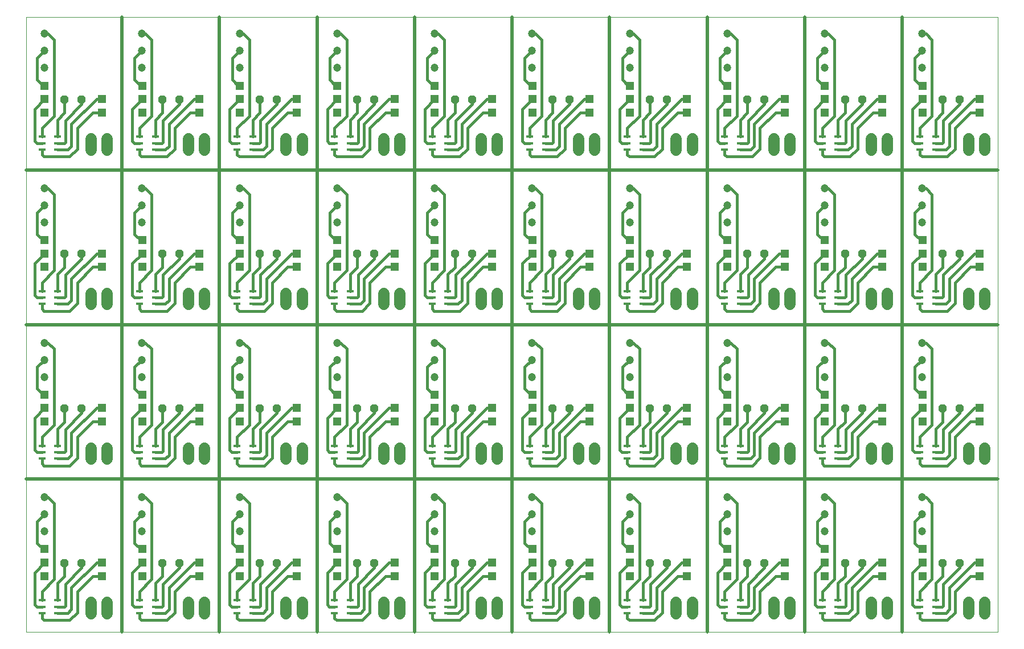
<source format=gtl>
G75*
%MOIN*%
%OFA0B0*%
%FSLAX24Y24*%
%IPPOS*%
%LPD*%
%AMOC8*
5,1,8,0,0,1.08239X$1,22.5*
%
%ADD10C,0.0000*%
%ADD11C,0.0197*%
%ADD12R,0.0413X0.0157*%
%ADD13C,0.0472*%
%ADD14C,0.0650*%
%ADD15R,0.0472X0.0472*%
%ADD16OC8,0.0480*%
%ADD17C,0.0160*%
D10*
X000310Y000198D02*
X000310Y009155D01*
X000310Y018210D01*
X000310Y027265D01*
X000310Y036222D01*
X005920Y036222D01*
X011629Y036222D01*
X017338Y036222D01*
X023046Y036222D01*
X028755Y036222D01*
X034464Y036222D01*
X040172Y036222D01*
X045881Y036222D01*
X051590Y036222D01*
X057200Y036222D01*
X057200Y027265D01*
X057200Y018210D01*
X057200Y009155D01*
X057200Y000198D01*
X051590Y000198D01*
X045881Y000198D01*
X040172Y000198D01*
X034464Y000198D01*
X028755Y000198D01*
X023046Y000198D01*
X017338Y000198D01*
X011629Y000198D01*
X005920Y000198D01*
X000310Y000198D01*
D11*
X005920Y000198D02*
X005920Y036222D01*
X011629Y036222D02*
X011629Y000198D01*
X017338Y000198D02*
X017338Y036222D01*
X023046Y036222D02*
X023046Y000198D01*
X028755Y000198D02*
X028755Y036222D01*
X034464Y036222D02*
X034464Y000198D01*
X040172Y000198D02*
X040172Y036222D01*
X045881Y036222D02*
X045881Y000198D01*
X051590Y000198D02*
X051590Y036222D01*
X057200Y027265D02*
X000310Y027265D01*
X000310Y018210D02*
X057200Y018210D01*
X057200Y009155D02*
X000310Y009155D01*
D12*
X001235Y010358D03*
X001235Y010732D03*
X001235Y011106D03*
X002160Y011106D03*
X002160Y010732D03*
X002160Y010358D03*
X006944Y010358D03*
X006944Y010732D03*
X006944Y011106D03*
X007869Y011106D03*
X007869Y010732D03*
X007869Y010358D03*
X012653Y010358D03*
X012653Y010732D03*
X012653Y011106D03*
X013578Y011106D03*
X013578Y010732D03*
X013578Y010358D03*
X018361Y010358D03*
X018361Y010732D03*
X018361Y011106D03*
X019286Y011106D03*
X019286Y010732D03*
X019286Y010358D03*
X024070Y010358D03*
X024070Y010732D03*
X024070Y011106D03*
X024995Y011106D03*
X024995Y010732D03*
X024995Y010358D03*
X029779Y010358D03*
X029779Y010732D03*
X029779Y011106D03*
X030704Y011106D03*
X030704Y010732D03*
X030704Y010358D03*
X035487Y010358D03*
X035487Y010732D03*
X035487Y011106D03*
X036412Y011106D03*
X036412Y010732D03*
X036412Y010358D03*
X041196Y010358D03*
X041196Y010732D03*
X041196Y011106D03*
X042121Y011106D03*
X042121Y010732D03*
X042121Y010358D03*
X046905Y010358D03*
X046905Y010732D03*
X046905Y011106D03*
X047830Y011106D03*
X047830Y010732D03*
X047830Y010358D03*
X052613Y010358D03*
X052613Y010732D03*
X052613Y011106D03*
X053538Y011106D03*
X053538Y010732D03*
X053538Y010358D03*
X053538Y002051D03*
X053538Y001677D03*
X053538Y001303D03*
X052613Y001303D03*
X052613Y001677D03*
X052613Y002051D03*
X047830Y002051D03*
X047830Y001677D03*
X047830Y001303D03*
X046905Y001303D03*
X046905Y001677D03*
X046905Y002051D03*
X042121Y002051D03*
X042121Y001677D03*
X042121Y001303D03*
X041196Y001303D03*
X041196Y001677D03*
X041196Y002051D03*
X036412Y002051D03*
X036412Y001677D03*
X036412Y001303D03*
X035487Y001303D03*
X035487Y001677D03*
X035487Y002051D03*
X030704Y002051D03*
X030704Y001677D03*
X030704Y001303D03*
X029779Y001303D03*
X029779Y001677D03*
X029779Y002051D03*
X024995Y002051D03*
X024995Y001677D03*
X024995Y001303D03*
X024070Y001303D03*
X024070Y001677D03*
X024070Y002051D03*
X019286Y002051D03*
X019286Y001677D03*
X019286Y001303D03*
X018361Y001303D03*
X018361Y001677D03*
X018361Y002051D03*
X013578Y002051D03*
X013578Y001677D03*
X013578Y001303D03*
X012653Y001303D03*
X012653Y001677D03*
X012653Y002051D03*
X007869Y002051D03*
X007869Y001677D03*
X007869Y001303D03*
X006944Y001303D03*
X006944Y001677D03*
X006944Y002051D03*
X002160Y002051D03*
X002160Y001677D03*
X002160Y001303D03*
X001235Y001303D03*
X001235Y001677D03*
X001235Y002051D03*
X001235Y019413D03*
X001235Y019787D03*
X001235Y020161D03*
X002160Y020161D03*
X002160Y019787D03*
X002160Y019413D03*
X006944Y019413D03*
X006944Y019787D03*
X006944Y020161D03*
X007869Y020161D03*
X007869Y019787D03*
X007869Y019413D03*
X012653Y019413D03*
X012653Y019787D03*
X012653Y020161D03*
X013578Y020161D03*
X013578Y019787D03*
X013578Y019413D03*
X018361Y019413D03*
X018361Y019787D03*
X018361Y020161D03*
X019286Y020161D03*
X019286Y019787D03*
X019286Y019413D03*
X024070Y019413D03*
X024070Y019787D03*
X024070Y020161D03*
X024995Y020161D03*
X024995Y019787D03*
X024995Y019413D03*
X029779Y019413D03*
X029779Y019787D03*
X029779Y020161D03*
X030704Y020161D03*
X030704Y019787D03*
X030704Y019413D03*
X035487Y019413D03*
X035487Y019787D03*
X035487Y020161D03*
X036412Y020161D03*
X036412Y019787D03*
X036412Y019413D03*
X041196Y019413D03*
X041196Y019787D03*
X041196Y020161D03*
X042121Y020161D03*
X042121Y019787D03*
X042121Y019413D03*
X046905Y019413D03*
X046905Y019787D03*
X046905Y020161D03*
X047830Y020161D03*
X047830Y019787D03*
X047830Y019413D03*
X052613Y019413D03*
X052613Y019787D03*
X052613Y020161D03*
X053538Y020161D03*
X053538Y019787D03*
X053538Y019413D03*
X053538Y028468D03*
X053538Y028842D03*
X053538Y029216D03*
X052613Y029216D03*
X052613Y028842D03*
X052613Y028468D03*
X047830Y028468D03*
X047830Y028842D03*
X047830Y029216D03*
X046905Y029216D03*
X046905Y028842D03*
X046905Y028468D03*
X042121Y028468D03*
X042121Y028842D03*
X042121Y029216D03*
X041196Y029216D03*
X041196Y028842D03*
X041196Y028468D03*
X036412Y028468D03*
X036412Y028842D03*
X036412Y029216D03*
X035487Y029216D03*
X035487Y028842D03*
X035487Y028468D03*
X030704Y028468D03*
X030704Y028842D03*
X030704Y029216D03*
X029779Y029216D03*
X029779Y028842D03*
X029779Y028468D03*
X024995Y028468D03*
X024995Y028842D03*
X024995Y029216D03*
X024070Y029216D03*
X024070Y028842D03*
X024070Y028468D03*
X019286Y028468D03*
X019286Y028842D03*
X019286Y029216D03*
X018361Y029216D03*
X018361Y028842D03*
X018361Y028468D03*
X013578Y028468D03*
X013578Y028842D03*
X013578Y029216D03*
X012653Y029216D03*
X012653Y028842D03*
X012653Y028468D03*
X007869Y028468D03*
X007869Y028842D03*
X007869Y029216D03*
X006944Y029216D03*
X006944Y028842D03*
X006944Y028468D03*
X002160Y028468D03*
X002160Y028842D03*
X002160Y029216D03*
X001235Y029216D03*
X001235Y028842D03*
X001235Y028468D03*
D13*
X001386Y026199D03*
X001386Y025199D03*
X001386Y024199D03*
X007095Y024199D03*
X007095Y025199D03*
X007095Y026199D03*
X012803Y026199D03*
X012803Y025199D03*
X012803Y024199D03*
X018512Y024199D03*
X018512Y025199D03*
X018512Y026199D03*
X024221Y026199D03*
X024221Y025199D03*
X024221Y024199D03*
X029929Y024199D03*
X029929Y025199D03*
X029929Y026199D03*
X035638Y026199D03*
X035638Y025199D03*
X035638Y024199D03*
X041347Y024199D03*
X041347Y025199D03*
X041347Y026199D03*
X047055Y026199D03*
X047055Y025199D03*
X047055Y024199D03*
X052764Y024199D03*
X052764Y025199D03*
X052764Y026199D03*
X052764Y033254D03*
X052764Y034254D03*
X052764Y035254D03*
X047055Y035254D03*
X047055Y034254D03*
X047055Y033254D03*
X041347Y033254D03*
X041347Y034254D03*
X041347Y035254D03*
X035638Y035254D03*
X035638Y034254D03*
X035638Y033254D03*
X029929Y033254D03*
X029929Y034254D03*
X029929Y035254D03*
X024221Y035254D03*
X024221Y034254D03*
X024221Y033254D03*
X018512Y033254D03*
X018512Y034254D03*
X018512Y035254D03*
X012803Y035254D03*
X012803Y034254D03*
X012803Y033254D03*
X007095Y033254D03*
X007095Y034254D03*
X007095Y035254D03*
X001386Y035254D03*
X001386Y034254D03*
X001386Y033254D03*
X001386Y017143D03*
X001386Y016143D03*
X001386Y015143D03*
X007095Y015143D03*
X007095Y016143D03*
X007095Y017143D03*
X012803Y017143D03*
X012803Y016143D03*
X012803Y015143D03*
X018512Y015143D03*
X018512Y016143D03*
X018512Y017143D03*
X024221Y017143D03*
X024221Y016143D03*
X024221Y015143D03*
X029929Y015143D03*
X029929Y016143D03*
X029929Y017143D03*
X035638Y017143D03*
X035638Y016143D03*
X035638Y015143D03*
X041347Y015143D03*
X041347Y016143D03*
X041347Y017143D03*
X047055Y017143D03*
X047055Y016143D03*
X047055Y015143D03*
X052764Y015143D03*
X052764Y016143D03*
X052764Y017143D03*
X052764Y008088D03*
X052764Y007088D03*
X052764Y006088D03*
X047055Y006088D03*
X047055Y007088D03*
X047055Y008088D03*
X041347Y008088D03*
X041347Y007088D03*
X041347Y006088D03*
X035638Y006088D03*
X035638Y007088D03*
X035638Y008088D03*
X029929Y008088D03*
X029929Y007088D03*
X029929Y006088D03*
X024221Y006088D03*
X024221Y007088D03*
X024221Y008088D03*
X018512Y008088D03*
X018512Y007088D03*
X018512Y006088D03*
X012803Y006088D03*
X012803Y007088D03*
X012803Y008088D03*
X007095Y008088D03*
X007095Y007088D03*
X007095Y006088D03*
X001386Y006088D03*
X001386Y007088D03*
X001386Y008088D03*
D14*
X004110Y010322D02*
X004110Y010972D01*
X005051Y010972D02*
X005051Y010322D01*
X009819Y010322D02*
X009819Y010972D01*
X010759Y010972D02*
X010759Y010322D01*
X015527Y010322D02*
X015527Y010972D01*
X016468Y010972D02*
X016468Y010322D01*
X021236Y010322D02*
X021236Y010972D01*
X022177Y010972D02*
X022177Y010322D01*
X026945Y010322D02*
X026945Y010972D01*
X027885Y010972D02*
X027885Y010322D01*
X032653Y010322D02*
X032653Y010972D01*
X033594Y010972D02*
X033594Y010322D01*
X038362Y010322D02*
X038362Y010972D01*
X039303Y010972D02*
X039303Y010322D01*
X044071Y010322D02*
X044071Y010972D01*
X045011Y010972D02*
X045011Y010322D01*
X049779Y010322D02*
X049779Y010972D01*
X050720Y010972D02*
X050720Y010322D01*
X055488Y010322D02*
X055488Y010972D01*
X056429Y010972D02*
X056429Y010322D01*
X056429Y001917D02*
X056429Y001267D01*
X055488Y001267D02*
X055488Y001917D01*
X050720Y001917D02*
X050720Y001267D01*
X049779Y001267D02*
X049779Y001917D01*
X045011Y001917D02*
X045011Y001267D01*
X044071Y001267D02*
X044071Y001917D01*
X039303Y001917D02*
X039303Y001267D01*
X038362Y001267D02*
X038362Y001917D01*
X033594Y001917D02*
X033594Y001267D01*
X032653Y001267D02*
X032653Y001917D01*
X027885Y001917D02*
X027885Y001267D01*
X026945Y001267D02*
X026945Y001917D01*
X022177Y001917D02*
X022177Y001267D01*
X021236Y001267D02*
X021236Y001917D01*
X016468Y001917D02*
X016468Y001267D01*
X015527Y001267D02*
X015527Y001917D01*
X010759Y001917D02*
X010759Y001267D01*
X009819Y001267D02*
X009819Y001917D01*
X005051Y001917D02*
X005051Y001267D01*
X004110Y001267D02*
X004110Y001917D01*
X004110Y019378D02*
X004110Y020027D01*
X005051Y020027D02*
X005051Y019378D01*
X009819Y019378D02*
X009819Y020027D01*
X010759Y020027D02*
X010759Y019378D01*
X015527Y019378D02*
X015527Y020027D01*
X016468Y020027D02*
X016468Y019378D01*
X021236Y019378D02*
X021236Y020027D01*
X022177Y020027D02*
X022177Y019378D01*
X026945Y019378D02*
X026945Y020027D01*
X027885Y020027D02*
X027885Y019378D01*
X032653Y019378D02*
X032653Y020027D01*
X033594Y020027D02*
X033594Y019378D01*
X038362Y019378D02*
X038362Y020027D01*
X039303Y020027D02*
X039303Y019378D01*
X044071Y019378D02*
X044071Y020027D01*
X045011Y020027D02*
X045011Y019378D01*
X049779Y019378D02*
X049779Y020027D01*
X050720Y020027D02*
X050720Y019378D01*
X055488Y019378D02*
X055488Y020027D01*
X056429Y020027D02*
X056429Y019378D01*
X056429Y028433D02*
X056429Y029082D01*
X055488Y029082D02*
X055488Y028433D01*
X050720Y028433D02*
X050720Y029082D01*
X049779Y029082D02*
X049779Y028433D01*
X045011Y028433D02*
X045011Y029082D01*
X044071Y029082D02*
X044071Y028433D01*
X039303Y028433D02*
X039303Y029082D01*
X038362Y029082D02*
X038362Y028433D01*
X033594Y028433D02*
X033594Y029082D01*
X032653Y029082D02*
X032653Y028433D01*
X027885Y028433D02*
X027885Y029082D01*
X026945Y029082D02*
X026945Y028433D01*
X022177Y028433D02*
X022177Y029082D01*
X021236Y029082D02*
X021236Y028433D01*
X016468Y028433D02*
X016468Y029082D01*
X015527Y029082D02*
X015527Y028433D01*
X010759Y028433D02*
X010759Y029082D01*
X009819Y029082D02*
X009819Y028433D01*
X005051Y028433D02*
X005051Y029082D01*
X004110Y029082D02*
X004110Y028433D01*
D15*
X004743Y030635D03*
X004743Y031423D03*
X007105Y031423D03*
X007105Y032210D03*
X007105Y030635D03*
X010452Y030635D03*
X010452Y031423D03*
X012814Y031423D03*
X012814Y032210D03*
X012814Y030635D03*
X016160Y030635D03*
X016160Y031423D03*
X018523Y031423D03*
X018523Y032210D03*
X018523Y030635D03*
X021869Y030635D03*
X021869Y031423D03*
X024231Y031423D03*
X024231Y032210D03*
X024231Y030635D03*
X027578Y030635D03*
X027578Y031423D03*
X029940Y031423D03*
X029940Y032210D03*
X029940Y030635D03*
X033286Y030635D03*
X033286Y031423D03*
X035649Y031423D03*
X035649Y032210D03*
X035649Y030635D03*
X038995Y030635D03*
X038995Y031423D03*
X041357Y031423D03*
X041357Y032210D03*
X041357Y030635D03*
X044704Y030635D03*
X044704Y031423D03*
X047066Y031423D03*
X047066Y032210D03*
X047066Y030635D03*
X050412Y030635D03*
X050412Y031423D03*
X052775Y031423D03*
X052775Y032210D03*
X052775Y030635D03*
X056121Y030635D03*
X056121Y031423D03*
X052775Y023155D03*
X052775Y022368D03*
X052775Y021580D03*
X050412Y021580D03*
X050412Y022368D03*
X047066Y022368D03*
X047066Y023155D03*
X047066Y021580D03*
X044704Y021580D03*
X044704Y022368D03*
X041357Y022368D03*
X041357Y023155D03*
X041357Y021580D03*
X038995Y021580D03*
X038995Y022368D03*
X035649Y022368D03*
X035649Y023155D03*
X035649Y021580D03*
X033286Y021580D03*
X033286Y022368D03*
X029940Y022368D03*
X029940Y023155D03*
X029940Y021580D03*
X027578Y021580D03*
X027578Y022368D03*
X024231Y022368D03*
X024231Y023155D03*
X024231Y021580D03*
X021869Y021580D03*
X021869Y022368D03*
X018523Y022368D03*
X018523Y023155D03*
X018523Y021580D03*
X016160Y021580D03*
X016160Y022368D03*
X012814Y022368D03*
X012814Y023155D03*
X012814Y021580D03*
X010452Y021580D03*
X010452Y022368D03*
X007105Y022368D03*
X007105Y023155D03*
X007105Y021580D03*
X004743Y021580D03*
X004743Y022368D03*
X001397Y022368D03*
X001397Y023155D03*
X001397Y021580D03*
X001397Y014100D03*
X001397Y013313D03*
X001397Y012525D03*
X004743Y012525D03*
X004743Y013313D03*
X007105Y013313D03*
X007105Y014100D03*
X007105Y012525D03*
X010452Y012525D03*
X010452Y013313D03*
X012814Y013313D03*
X012814Y014100D03*
X012814Y012525D03*
X016160Y012525D03*
X016160Y013313D03*
X018523Y013313D03*
X018523Y014100D03*
X018523Y012525D03*
X021869Y012525D03*
X021869Y013313D03*
X024231Y013313D03*
X024231Y014100D03*
X024231Y012525D03*
X027578Y012525D03*
X027578Y013313D03*
X029940Y013313D03*
X029940Y014100D03*
X029940Y012525D03*
X033286Y012525D03*
X033286Y013313D03*
X035649Y013313D03*
X035649Y014100D03*
X035649Y012525D03*
X038995Y012525D03*
X038995Y013313D03*
X041357Y013313D03*
X041357Y014100D03*
X041357Y012525D03*
X044704Y012525D03*
X044704Y013313D03*
X047066Y013313D03*
X047066Y014100D03*
X047066Y012525D03*
X050412Y012525D03*
X050412Y013313D03*
X052775Y013313D03*
X052775Y014100D03*
X052775Y012525D03*
X056121Y012525D03*
X056121Y013313D03*
X056121Y021580D03*
X056121Y022368D03*
X052775Y005045D03*
X052775Y004257D03*
X052775Y003470D03*
X050412Y003470D03*
X050412Y004257D03*
X047066Y004257D03*
X047066Y003470D03*
X047066Y005045D03*
X044704Y004257D03*
X044704Y003470D03*
X041357Y003470D03*
X041357Y004257D03*
X041357Y005045D03*
X038995Y004257D03*
X038995Y003470D03*
X035649Y003470D03*
X035649Y004257D03*
X035649Y005045D03*
X033286Y004257D03*
X033286Y003470D03*
X029940Y003470D03*
X029940Y004257D03*
X029940Y005045D03*
X027578Y004257D03*
X027578Y003470D03*
X024231Y003470D03*
X024231Y004257D03*
X024231Y005045D03*
X021869Y004257D03*
X021869Y003470D03*
X018523Y003470D03*
X018523Y004257D03*
X018523Y005045D03*
X016160Y004257D03*
X016160Y003470D03*
X012814Y003470D03*
X012814Y004257D03*
X012814Y005045D03*
X010452Y004257D03*
X010452Y003470D03*
X007105Y003470D03*
X007105Y004257D03*
X007105Y005045D03*
X004743Y004257D03*
X004743Y003470D03*
X001397Y003470D03*
X001397Y004257D03*
X001397Y005045D03*
X001397Y030635D03*
X001397Y031423D03*
X001397Y032210D03*
X056121Y004257D03*
X056121Y003470D03*
D16*
X054944Y004234D03*
X053944Y004234D03*
X049235Y004234D03*
X048235Y004234D03*
X043527Y004234D03*
X042527Y004234D03*
X037818Y004234D03*
X036818Y004234D03*
X032109Y004234D03*
X031109Y004234D03*
X026401Y004234D03*
X025401Y004234D03*
X020692Y004234D03*
X019692Y004234D03*
X014983Y004234D03*
X013983Y004234D03*
X009275Y004234D03*
X008275Y004234D03*
X003566Y004234D03*
X002566Y004234D03*
X002566Y013289D03*
X003566Y013289D03*
X008275Y013289D03*
X009275Y013289D03*
X013983Y013289D03*
X014983Y013289D03*
X019692Y013289D03*
X020692Y013289D03*
X025401Y013289D03*
X026401Y013289D03*
X031109Y013289D03*
X032109Y013289D03*
X036818Y013289D03*
X037818Y013289D03*
X042527Y013289D03*
X043527Y013289D03*
X048235Y013289D03*
X049235Y013289D03*
X053944Y013289D03*
X054944Y013289D03*
X054944Y022344D03*
X053944Y022344D03*
X049235Y022344D03*
X048235Y022344D03*
X043527Y022344D03*
X042527Y022344D03*
X037818Y022344D03*
X036818Y022344D03*
X032109Y022344D03*
X031109Y022344D03*
X026401Y022344D03*
X025401Y022344D03*
X020692Y022344D03*
X019692Y022344D03*
X014983Y022344D03*
X013983Y022344D03*
X009275Y022344D03*
X008275Y022344D03*
X003566Y022344D03*
X002566Y022344D03*
X002566Y031399D03*
X003566Y031399D03*
X008275Y031399D03*
X009275Y031399D03*
X013983Y031399D03*
X014983Y031399D03*
X019692Y031399D03*
X020692Y031399D03*
X025401Y031399D03*
X026401Y031399D03*
X031109Y031399D03*
X032109Y031399D03*
X036818Y031399D03*
X037818Y031399D03*
X042527Y031399D03*
X043527Y031399D03*
X048235Y031399D03*
X049235Y031399D03*
X053944Y031399D03*
X054944Y031399D03*
D17*
X054944Y031125D01*
X053988Y030169D01*
X053988Y028906D01*
X053923Y028842D01*
X053538Y028842D01*
X053538Y028468D02*
X054136Y028468D01*
X054345Y028676D01*
X054345Y029954D01*
X055813Y031423D01*
X056121Y031423D01*
X056121Y030635D02*
X055590Y030635D01*
X054680Y029726D01*
X054680Y028506D01*
X054224Y028049D01*
X052735Y028049D01*
X052613Y028171D01*
X052613Y028468D01*
X052613Y028842D02*
X052318Y028842D01*
X052190Y028970D01*
X052190Y030839D01*
X052775Y031423D01*
X052775Y032210D02*
X052682Y032210D01*
X052332Y032560D01*
X052332Y033822D01*
X052764Y034254D01*
X053331Y034891D02*
X052969Y035254D01*
X052764Y035254D01*
X053331Y034891D02*
X053331Y030443D01*
X052613Y029726D01*
X052613Y029216D01*
X053538Y029216D02*
X053538Y030210D01*
X053944Y030615D01*
X053944Y031399D01*
X050412Y031423D02*
X050105Y031423D01*
X048636Y029954D01*
X048636Y028676D01*
X048428Y028468D01*
X047830Y028468D01*
X047830Y028842D02*
X048215Y028842D01*
X048279Y028906D01*
X048279Y030169D01*
X049235Y031125D01*
X049235Y031399D01*
X048235Y031399D02*
X048235Y030615D01*
X047830Y030210D01*
X047830Y029216D01*
X046905Y029216D02*
X046905Y029726D01*
X047622Y030443D01*
X047622Y034891D01*
X047260Y035254D01*
X047055Y035254D01*
X047055Y034254D02*
X046623Y033822D01*
X046623Y032560D01*
X046973Y032210D01*
X047066Y032210D01*
X047066Y031423D02*
X046482Y030839D01*
X046482Y028970D01*
X046609Y028842D01*
X046905Y028842D01*
X046905Y028468D02*
X046905Y028171D01*
X047026Y028049D01*
X048515Y028049D01*
X048971Y028506D01*
X048971Y029726D01*
X049881Y030635D01*
X050412Y030635D01*
X044704Y030635D02*
X044172Y030635D01*
X043263Y029726D01*
X043263Y028506D01*
X042807Y028049D01*
X041318Y028049D01*
X041196Y028171D01*
X041196Y028468D01*
X041196Y028842D02*
X040901Y028842D01*
X040773Y028970D01*
X040773Y030839D01*
X041357Y031423D01*
X041357Y032210D02*
X041265Y032210D01*
X040915Y032560D01*
X040915Y033822D01*
X041347Y034254D01*
X041913Y034891D02*
X041551Y035254D01*
X041347Y035254D01*
X041913Y034891D02*
X041913Y030443D01*
X041196Y029726D01*
X041196Y029216D01*
X042121Y029216D02*
X042121Y030210D01*
X042527Y030615D01*
X042527Y031399D01*
X043527Y031399D02*
X043527Y031125D01*
X042570Y030169D01*
X042570Y028906D01*
X042506Y028842D01*
X042121Y028842D01*
X042121Y028468D02*
X042719Y028468D01*
X042927Y028676D01*
X042927Y029954D01*
X044396Y031423D01*
X044704Y031423D01*
X038995Y031423D02*
X038687Y031423D01*
X037219Y029954D01*
X037219Y028676D01*
X037010Y028468D01*
X036412Y028468D01*
X036412Y028842D02*
X036797Y028842D01*
X036862Y028906D01*
X036862Y030169D01*
X037818Y031125D01*
X037818Y031399D01*
X036818Y031399D02*
X036818Y030615D01*
X036412Y030210D01*
X036412Y029216D01*
X035487Y029216D02*
X035487Y029726D01*
X036205Y030443D01*
X036205Y034891D01*
X035843Y035254D01*
X035638Y035254D01*
X035638Y034254D02*
X035206Y033822D01*
X035206Y032560D01*
X035556Y032210D01*
X035649Y032210D01*
X035649Y031423D02*
X035064Y030839D01*
X035064Y028970D01*
X035192Y028842D01*
X035487Y028842D01*
X035487Y028468D02*
X035487Y028171D01*
X035609Y028049D01*
X037098Y028049D01*
X037554Y028506D01*
X037554Y029726D01*
X038464Y030635D01*
X038995Y030635D01*
X033286Y030635D02*
X032755Y030635D01*
X031846Y029726D01*
X031846Y028506D01*
X031389Y028049D01*
X029900Y028049D01*
X029779Y028171D01*
X029779Y028468D01*
X029779Y028842D02*
X029483Y028842D01*
X029356Y028970D01*
X029356Y030839D01*
X029940Y031423D01*
X029940Y032210D02*
X029847Y032210D01*
X029497Y032560D01*
X029497Y033822D01*
X029929Y034254D01*
X030496Y034891D02*
X030134Y035254D01*
X029929Y035254D01*
X030496Y034891D02*
X030496Y030443D01*
X029779Y029726D01*
X029779Y029216D01*
X030704Y029216D02*
X030704Y030210D01*
X031109Y030615D01*
X031109Y031399D01*
X032109Y031399D02*
X032109Y031125D01*
X031153Y030169D01*
X031153Y028906D01*
X031089Y028842D01*
X030704Y028842D01*
X030704Y028468D02*
X031302Y028468D01*
X031510Y028676D01*
X031510Y029954D01*
X032979Y031423D01*
X033286Y031423D01*
X027578Y031423D02*
X027270Y031423D01*
X025801Y029954D01*
X025801Y028676D01*
X025593Y028468D01*
X024995Y028468D01*
X024995Y028842D02*
X025380Y028842D01*
X025444Y028906D01*
X025444Y030169D01*
X026401Y031125D01*
X026401Y031399D01*
X025401Y031399D02*
X025401Y030615D01*
X024995Y030210D01*
X024995Y029216D01*
X024070Y029216D02*
X024070Y029726D01*
X024787Y030443D01*
X024787Y034891D01*
X024425Y035254D01*
X024221Y035254D01*
X024221Y034254D02*
X023789Y033822D01*
X023789Y032560D01*
X024139Y032210D01*
X024231Y032210D01*
X024231Y031423D02*
X023647Y030839D01*
X023647Y028970D01*
X023775Y028842D01*
X024070Y028842D01*
X024070Y028468D02*
X024070Y028171D01*
X024192Y028049D01*
X025681Y028049D01*
X026137Y028506D01*
X026137Y029726D01*
X027046Y030635D01*
X027578Y030635D01*
X021869Y030635D02*
X021338Y030635D01*
X020428Y029726D01*
X020428Y028506D01*
X019972Y028049D01*
X018483Y028049D01*
X018361Y028171D01*
X018361Y028468D01*
X018361Y028842D02*
X018066Y028842D01*
X017938Y028970D01*
X017938Y030839D01*
X018523Y031423D01*
X018523Y032210D02*
X018430Y032210D01*
X018080Y032560D01*
X018080Y033822D01*
X018512Y034254D01*
X019079Y034891D02*
X018717Y035254D01*
X018512Y035254D01*
X019079Y034891D02*
X019079Y030443D01*
X018361Y029726D01*
X018361Y029216D01*
X019286Y029216D02*
X019286Y030210D01*
X019692Y030615D01*
X019692Y031399D01*
X020692Y031399D02*
X020692Y031125D01*
X019736Y030169D01*
X019736Y028906D01*
X019671Y028842D01*
X019286Y028842D01*
X019286Y028468D02*
X019884Y028468D01*
X020093Y028676D01*
X020093Y029954D01*
X021561Y031423D01*
X021869Y031423D01*
X016160Y031423D02*
X015853Y031423D01*
X014384Y029954D01*
X014384Y028676D01*
X014176Y028468D01*
X013578Y028468D01*
X013578Y028842D02*
X013963Y028842D01*
X014027Y028906D01*
X014027Y030169D01*
X014983Y031125D01*
X014983Y031399D01*
X013983Y031399D02*
X013983Y030615D01*
X013578Y030210D01*
X013578Y029216D01*
X012653Y029216D02*
X012653Y029726D01*
X013370Y030443D01*
X013370Y034891D01*
X013008Y035254D01*
X012803Y035254D01*
X012803Y034254D02*
X012371Y033822D01*
X012371Y032560D01*
X012721Y032210D01*
X012814Y032210D01*
X012814Y031423D02*
X012230Y030839D01*
X012230Y028970D01*
X012357Y028842D01*
X012653Y028842D01*
X012653Y028468D02*
X012653Y028171D01*
X012774Y028049D01*
X014263Y028049D01*
X014720Y028506D01*
X014720Y029726D01*
X015629Y030635D01*
X016160Y030635D01*
X010452Y030635D02*
X009920Y030635D01*
X009011Y029726D01*
X009011Y028506D01*
X008555Y028049D01*
X007066Y028049D01*
X006944Y028171D01*
X006944Y028468D01*
X006944Y028842D02*
X006649Y028842D01*
X006521Y028970D01*
X006521Y030839D01*
X007105Y031423D01*
X007105Y032210D02*
X007013Y032210D01*
X006663Y032560D01*
X006663Y033822D01*
X007095Y034254D01*
X007661Y034891D02*
X007299Y035254D01*
X007095Y035254D01*
X007661Y034891D02*
X007661Y030443D01*
X006944Y029726D01*
X006944Y029216D01*
X007869Y029216D02*
X007869Y030210D01*
X008275Y030615D01*
X008275Y031399D01*
X009275Y031399D02*
X009275Y031125D01*
X008318Y030169D01*
X008318Y028906D01*
X008254Y028842D01*
X007869Y028842D01*
X007869Y028468D02*
X008467Y028468D01*
X008675Y028676D01*
X008675Y029954D01*
X010144Y031423D01*
X010452Y031423D01*
X004743Y031423D02*
X004435Y031423D01*
X002967Y029954D01*
X002967Y028676D01*
X002759Y028468D01*
X002160Y028468D01*
X002160Y028842D02*
X002546Y028842D01*
X002610Y028906D01*
X002610Y030169D01*
X003566Y031125D01*
X003566Y031399D01*
X004212Y030635D02*
X004743Y030635D01*
X004212Y030635D02*
X003302Y029726D01*
X003302Y028506D01*
X002846Y028049D01*
X001357Y028049D01*
X001235Y028171D01*
X001235Y028468D01*
X001235Y028842D02*
X000940Y028842D01*
X000812Y028970D01*
X000812Y030839D01*
X001397Y031423D01*
X001397Y032210D02*
X001304Y032210D01*
X000954Y032560D01*
X000954Y033822D01*
X001386Y034254D01*
X001953Y034891D02*
X001591Y035254D01*
X001386Y035254D01*
X001953Y034891D02*
X001953Y030443D01*
X001235Y029726D01*
X001235Y029216D01*
X002160Y029216D02*
X002160Y030210D01*
X002566Y030615D01*
X002566Y031399D01*
X001591Y026199D02*
X001386Y026199D01*
X001591Y026199D02*
X001953Y025836D01*
X001953Y021388D01*
X001235Y020670D01*
X001235Y020161D01*
X001235Y019787D02*
X000940Y019787D01*
X000812Y019915D01*
X000812Y021783D01*
X001397Y022368D01*
X001397Y023155D02*
X001304Y023155D01*
X000954Y023505D01*
X000954Y024767D01*
X001386Y025199D01*
X002566Y022344D02*
X002566Y021560D01*
X002160Y021155D01*
X002160Y020161D01*
X002160Y019787D02*
X002546Y019787D01*
X002610Y019851D01*
X002610Y021113D01*
X003566Y022070D01*
X003566Y022344D01*
X004435Y022368D02*
X004743Y022368D01*
X004435Y022368D02*
X002967Y020899D01*
X002967Y019621D01*
X002759Y019413D01*
X002160Y019413D01*
X002846Y018994D02*
X001357Y018994D01*
X001235Y019116D01*
X001235Y019413D01*
X002846Y018994D02*
X003302Y019450D01*
X003302Y020671D01*
X004212Y021580D01*
X004743Y021580D01*
X006521Y021783D02*
X007105Y022368D01*
X007105Y023155D02*
X007013Y023155D01*
X006663Y023505D01*
X006663Y024767D01*
X007095Y025199D01*
X007661Y025836D02*
X007299Y026199D01*
X007095Y026199D01*
X007661Y025836D02*
X007661Y021388D01*
X006944Y020670D01*
X006944Y020161D01*
X006944Y019787D02*
X006649Y019787D01*
X006521Y019915D01*
X006521Y021783D01*
X007869Y021155D02*
X008275Y021560D01*
X008275Y022344D01*
X009275Y022344D02*
X009275Y022070D01*
X008318Y021113D01*
X008318Y019851D01*
X008254Y019787D01*
X007869Y019787D01*
X007869Y019413D02*
X008467Y019413D01*
X008675Y019621D01*
X008675Y020899D01*
X010144Y022368D01*
X010452Y022368D01*
X010452Y021580D02*
X009920Y021580D01*
X009011Y020671D01*
X009011Y019450D01*
X008555Y018994D01*
X007066Y018994D01*
X006944Y019116D01*
X006944Y019413D01*
X007869Y020161D02*
X007869Y021155D01*
X012230Y021783D02*
X012230Y019915D01*
X012357Y019787D01*
X012653Y019787D01*
X012653Y019413D02*
X012653Y019116D01*
X012774Y018994D01*
X014263Y018994D01*
X014720Y019450D01*
X014720Y020671D01*
X015629Y021580D01*
X016160Y021580D01*
X016160Y022368D02*
X015853Y022368D01*
X014384Y020899D01*
X014384Y019621D01*
X014176Y019413D01*
X013578Y019413D01*
X013578Y019787D02*
X013963Y019787D01*
X014027Y019851D01*
X014027Y021113D01*
X014983Y022070D01*
X014983Y022344D01*
X013983Y022344D02*
X013983Y021560D01*
X013578Y021155D01*
X013578Y020161D01*
X012653Y020161D02*
X012653Y020670D01*
X013370Y021388D01*
X013370Y025836D01*
X013008Y026199D01*
X012803Y026199D01*
X012803Y025199D02*
X012371Y024767D01*
X012371Y023505D01*
X012721Y023155D01*
X012814Y023155D01*
X012814Y022368D02*
X012230Y021783D01*
X017938Y021783D02*
X017938Y019915D01*
X018066Y019787D01*
X018361Y019787D01*
X018361Y019413D02*
X018361Y019116D01*
X018483Y018994D01*
X019972Y018994D01*
X020428Y019450D01*
X020428Y020671D01*
X021338Y021580D01*
X021869Y021580D01*
X021869Y022368D02*
X021561Y022368D01*
X020093Y020899D01*
X020093Y019621D01*
X019884Y019413D01*
X019286Y019413D01*
X019286Y019787D02*
X019671Y019787D01*
X019736Y019851D01*
X019736Y021113D01*
X020692Y022070D01*
X020692Y022344D01*
X019692Y022344D02*
X019692Y021560D01*
X019286Y021155D01*
X019286Y020161D01*
X018361Y020161D02*
X018361Y020670D01*
X019079Y021388D01*
X019079Y025836D01*
X018717Y026199D01*
X018512Y026199D01*
X018512Y025199D02*
X018080Y024767D01*
X018080Y023505D01*
X018430Y023155D01*
X018523Y023155D01*
X018523Y022368D02*
X017938Y021783D01*
X023647Y021783D02*
X023647Y019915D01*
X023775Y019787D01*
X024070Y019787D01*
X024070Y019413D02*
X024070Y019116D01*
X024192Y018994D01*
X025681Y018994D01*
X026137Y019450D01*
X026137Y020671D01*
X027046Y021580D01*
X027578Y021580D01*
X027578Y022368D02*
X027270Y022368D01*
X025801Y020899D01*
X025801Y019621D01*
X025593Y019413D01*
X024995Y019413D01*
X024995Y019787D02*
X025380Y019787D01*
X025444Y019851D01*
X025444Y021113D01*
X026401Y022070D01*
X026401Y022344D01*
X025401Y022344D02*
X025401Y021560D01*
X024995Y021155D01*
X024995Y020161D01*
X024070Y020161D02*
X024070Y020670D01*
X024787Y021388D01*
X024787Y025836D01*
X024425Y026199D01*
X024221Y026199D01*
X024221Y025199D02*
X023789Y024767D01*
X023789Y023505D01*
X024139Y023155D01*
X024231Y023155D01*
X024231Y022368D02*
X023647Y021783D01*
X029356Y021783D02*
X029356Y019915D01*
X029483Y019787D01*
X029779Y019787D01*
X029779Y019413D02*
X029779Y019116D01*
X029900Y018994D01*
X031389Y018994D01*
X031846Y019450D01*
X031846Y020671D01*
X032755Y021580D01*
X033286Y021580D01*
X033286Y022368D02*
X032979Y022368D01*
X031510Y020899D01*
X031510Y019621D01*
X031302Y019413D01*
X030704Y019413D01*
X030704Y019787D02*
X031089Y019787D01*
X031153Y019851D01*
X031153Y021113D01*
X032109Y022070D01*
X032109Y022344D01*
X031109Y022344D02*
X031109Y021560D01*
X030704Y021155D01*
X030704Y020161D01*
X029779Y020161D02*
X029779Y020670D01*
X030496Y021388D01*
X030496Y025836D01*
X030134Y026199D01*
X029929Y026199D01*
X029929Y025199D02*
X029497Y024767D01*
X029497Y023505D01*
X029847Y023155D01*
X029940Y023155D01*
X029940Y022368D02*
X029356Y021783D01*
X035064Y021783D02*
X035064Y019915D01*
X035192Y019787D01*
X035487Y019787D01*
X035487Y019413D02*
X035487Y019116D01*
X035609Y018994D01*
X037098Y018994D01*
X037554Y019450D01*
X037554Y020671D01*
X038464Y021580D01*
X038995Y021580D01*
X038995Y022368D02*
X038687Y022368D01*
X037219Y020899D01*
X037219Y019621D01*
X037010Y019413D01*
X036412Y019413D01*
X036412Y019787D02*
X036797Y019787D01*
X036862Y019851D01*
X036862Y021113D01*
X037818Y022070D01*
X037818Y022344D01*
X036818Y022344D02*
X036818Y021560D01*
X036412Y021155D01*
X036412Y020161D01*
X035487Y020161D02*
X035487Y020670D01*
X036205Y021388D01*
X036205Y025836D01*
X035843Y026199D01*
X035638Y026199D01*
X035638Y025199D02*
X035206Y024767D01*
X035206Y023505D01*
X035556Y023155D01*
X035649Y023155D01*
X035649Y022368D02*
X035064Y021783D01*
X040773Y021783D02*
X040773Y019915D01*
X040901Y019787D01*
X041196Y019787D01*
X041196Y019413D02*
X041196Y019116D01*
X041318Y018994D01*
X042807Y018994D01*
X043263Y019450D01*
X043263Y020671D01*
X044172Y021580D01*
X044704Y021580D01*
X044704Y022368D02*
X044396Y022368D01*
X042927Y020899D01*
X042927Y019621D01*
X042719Y019413D01*
X042121Y019413D01*
X042121Y019787D02*
X042506Y019787D01*
X042570Y019851D01*
X042570Y021113D01*
X043527Y022070D01*
X043527Y022344D01*
X042527Y022344D02*
X042527Y021560D01*
X042121Y021155D01*
X042121Y020161D01*
X041196Y020161D02*
X041196Y020670D01*
X041913Y021388D01*
X041913Y025836D01*
X041551Y026199D01*
X041347Y026199D01*
X041347Y025199D02*
X040915Y024767D01*
X040915Y023505D01*
X041265Y023155D01*
X041357Y023155D01*
X041357Y022368D02*
X040773Y021783D01*
X046482Y021783D02*
X046482Y019915D01*
X046609Y019787D01*
X046905Y019787D01*
X046905Y019413D02*
X046905Y019116D01*
X047026Y018994D01*
X048515Y018994D01*
X048971Y019450D01*
X048971Y020671D01*
X049881Y021580D01*
X050412Y021580D01*
X050412Y022368D02*
X050105Y022368D01*
X048636Y020899D01*
X048636Y019621D01*
X048428Y019413D01*
X047830Y019413D01*
X047830Y019787D02*
X048215Y019787D01*
X048279Y019851D01*
X048279Y021113D01*
X049235Y022070D01*
X049235Y022344D01*
X048235Y022344D02*
X048235Y021560D01*
X047830Y021155D01*
X047830Y020161D01*
X046905Y020161D02*
X046905Y020670D01*
X047622Y021388D01*
X047622Y025836D01*
X047260Y026199D01*
X047055Y026199D01*
X047055Y025199D02*
X046623Y024767D01*
X046623Y023505D01*
X046973Y023155D01*
X047066Y023155D01*
X047066Y022368D02*
X046482Y021783D01*
X052190Y021783D02*
X052190Y019915D01*
X052318Y019787D01*
X052613Y019787D01*
X052613Y019413D02*
X052613Y019116D01*
X052735Y018994D01*
X054224Y018994D01*
X054680Y019450D01*
X054680Y020671D01*
X055590Y021580D01*
X056121Y021580D01*
X056121Y022368D02*
X055813Y022368D01*
X054345Y020899D01*
X054345Y019621D01*
X054136Y019413D01*
X053538Y019413D01*
X053538Y019787D02*
X053923Y019787D01*
X053988Y019851D01*
X053988Y021113D01*
X054944Y022070D01*
X054944Y022344D01*
X053944Y022344D02*
X053944Y021560D01*
X053538Y021155D01*
X053538Y020161D01*
X052613Y020161D02*
X052613Y020670D01*
X053331Y021388D01*
X053331Y025836D01*
X052969Y026199D01*
X052764Y026199D01*
X052764Y025199D02*
X052332Y024767D01*
X052332Y023505D01*
X052682Y023155D01*
X052775Y023155D01*
X052775Y022368D02*
X052190Y021783D01*
X052764Y017143D02*
X052969Y017143D01*
X053331Y016781D01*
X053331Y012333D01*
X052613Y011615D01*
X052613Y011106D01*
X052613Y010732D02*
X052318Y010732D01*
X052190Y010859D01*
X052190Y012728D01*
X052775Y013313D01*
X052775Y014100D02*
X052682Y014100D01*
X052332Y014450D01*
X052332Y015711D01*
X052764Y016143D01*
X053944Y013289D02*
X053944Y012505D01*
X053538Y012100D01*
X053538Y011106D01*
X053538Y010732D02*
X053923Y010732D01*
X053988Y010796D01*
X053988Y012058D01*
X054944Y013015D01*
X054944Y013289D01*
X055813Y013313D02*
X056121Y013313D01*
X055813Y013313D02*
X054345Y011844D01*
X054345Y010566D01*
X054136Y010358D01*
X053538Y010358D01*
X054224Y009939D02*
X054680Y010395D01*
X054680Y011616D01*
X055590Y012525D01*
X056121Y012525D01*
X052613Y010358D02*
X052613Y010061D01*
X052735Y009939D01*
X054224Y009939D01*
X052969Y008088D02*
X052764Y008088D01*
X052969Y008088D02*
X053331Y007726D01*
X053331Y003278D01*
X052613Y002560D01*
X052613Y002051D01*
X052613Y001677D02*
X052318Y001677D01*
X052190Y001804D01*
X052190Y003673D01*
X052775Y004257D01*
X052775Y005045D02*
X052682Y005045D01*
X052332Y005395D01*
X052332Y006656D01*
X052764Y007088D01*
X053944Y004234D02*
X053944Y003450D01*
X053538Y003044D01*
X053538Y002051D01*
X053538Y001677D02*
X053923Y001677D01*
X053988Y001741D01*
X053988Y003003D01*
X054944Y003959D01*
X054944Y004234D01*
X055813Y004257D02*
X056121Y004257D01*
X055813Y004257D02*
X054345Y002789D01*
X054345Y001511D01*
X054136Y001303D01*
X053538Y001303D01*
X054224Y000884D02*
X054680Y001340D01*
X054680Y002561D01*
X055590Y003470D01*
X056121Y003470D01*
X052613Y001303D02*
X052613Y001006D01*
X052735Y000884D01*
X054224Y000884D01*
X050412Y003470D02*
X049881Y003470D01*
X048971Y002561D01*
X048971Y001340D01*
X048515Y000884D01*
X047026Y000884D01*
X046905Y001006D01*
X046905Y001303D01*
X046905Y001677D02*
X046609Y001677D01*
X046482Y001804D01*
X046482Y003673D01*
X047066Y004257D01*
X047066Y005045D02*
X046973Y005045D01*
X046623Y005395D01*
X046623Y006656D01*
X047055Y007088D01*
X047622Y007726D02*
X047260Y008088D01*
X047055Y008088D01*
X047622Y007726D02*
X047622Y003278D01*
X046905Y002560D01*
X046905Y002051D01*
X047830Y002051D02*
X047830Y003044D01*
X048235Y003450D01*
X048235Y004234D01*
X049235Y004234D02*
X049235Y003959D01*
X048279Y003003D01*
X048279Y001741D01*
X048215Y001677D01*
X047830Y001677D01*
X047830Y001303D02*
X048428Y001303D01*
X048636Y001511D01*
X048636Y002789D01*
X050105Y004257D01*
X050412Y004257D01*
X044704Y004257D02*
X044396Y004257D01*
X042927Y002789D01*
X042927Y001511D01*
X042719Y001303D01*
X042121Y001303D01*
X042121Y001677D02*
X042506Y001677D01*
X042570Y001741D01*
X042570Y003003D01*
X043527Y003959D01*
X043527Y004234D01*
X042527Y004234D02*
X042527Y003450D01*
X042121Y003044D01*
X042121Y002051D01*
X041196Y002051D02*
X041196Y002560D01*
X041913Y003278D01*
X041913Y007726D01*
X041551Y008088D01*
X041347Y008088D01*
X041347Y007088D02*
X040915Y006656D01*
X040915Y005395D01*
X041265Y005045D01*
X041357Y005045D01*
X041357Y004257D02*
X040773Y003673D01*
X040773Y001804D01*
X040901Y001677D01*
X041196Y001677D01*
X041196Y001303D02*
X041196Y001006D01*
X041318Y000884D01*
X042807Y000884D01*
X043263Y001340D01*
X043263Y002561D01*
X044172Y003470D01*
X044704Y003470D01*
X038995Y003470D02*
X038464Y003470D01*
X037554Y002561D01*
X037554Y001340D01*
X037098Y000884D01*
X035609Y000884D01*
X035487Y001006D01*
X035487Y001303D01*
X035487Y001677D02*
X035192Y001677D01*
X035064Y001804D01*
X035064Y003673D01*
X035649Y004257D01*
X035649Y005045D02*
X035556Y005045D01*
X035206Y005395D01*
X035206Y006656D01*
X035638Y007088D01*
X036205Y007726D02*
X035843Y008088D01*
X035638Y008088D01*
X036205Y007726D02*
X036205Y003278D01*
X035487Y002560D01*
X035487Y002051D01*
X036412Y002051D02*
X036412Y003044D01*
X036818Y003450D01*
X036818Y004234D01*
X037818Y004234D02*
X037818Y003959D01*
X036862Y003003D01*
X036862Y001741D01*
X036797Y001677D01*
X036412Y001677D01*
X036412Y001303D02*
X037010Y001303D01*
X037219Y001511D01*
X037219Y002789D01*
X038687Y004257D01*
X038995Y004257D01*
X033286Y004257D02*
X032979Y004257D01*
X031510Y002789D01*
X031510Y001511D01*
X031302Y001303D01*
X030704Y001303D01*
X030704Y001677D02*
X031089Y001677D01*
X031153Y001741D01*
X031153Y003003D01*
X032109Y003959D01*
X032109Y004234D01*
X031109Y004234D02*
X031109Y003450D01*
X030704Y003044D01*
X030704Y002051D01*
X029779Y002051D02*
X029779Y002560D01*
X030496Y003278D01*
X030496Y007726D01*
X030134Y008088D01*
X029929Y008088D01*
X029929Y007088D02*
X029497Y006656D01*
X029497Y005395D01*
X029847Y005045D01*
X029940Y005045D01*
X029940Y004257D02*
X029356Y003673D01*
X029356Y001804D01*
X029483Y001677D01*
X029779Y001677D01*
X029779Y001303D02*
X029779Y001006D01*
X029900Y000884D01*
X031389Y000884D01*
X031846Y001340D01*
X031846Y002561D01*
X032755Y003470D01*
X033286Y003470D01*
X027578Y003470D02*
X027046Y003470D01*
X026137Y002561D01*
X026137Y001340D01*
X025681Y000884D01*
X024192Y000884D01*
X024070Y001006D01*
X024070Y001303D01*
X024070Y001677D02*
X023775Y001677D01*
X023647Y001804D01*
X023647Y003673D01*
X024231Y004257D01*
X024231Y005045D02*
X024139Y005045D01*
X023789Y005395D01*
X023789Y006656D01*
X024221Y007088D01*
X024787Y007726D02*
X024425Y008088D01*
X024221Y008088D01*
X024787Y007726D02*
X024787Y003278D01*
X024070Y002560D01*
X024070Y002051D01*
X024995Y002051D02*
X024995Y003044D01*
X025401Y003450D01*
X025401Y004234D01*
X026401Y004234D02*
X026401Y003959D01*
X025444Y003003D01*
X025444Y001741D01*
X025380Y001677D01*
X024995Y001677D01*
X024995Y001303D02*
X025593Y001303D01*
X025801Y001511D01*
X025801Y002789D01*
X027270Y004257D01*
X027578Y004257D01*
X021869Y004257D02*
X021561Y004257D01*
X020093Y002789D01*
X020093Y001511D01*
X019884Y001303D01*
X019286Y001303D01*
X019286Y001677D02*
X019671Y001677D01*
X019736Y001741D01*
X019736Y003003D01*
X020692Y003959D01*
X020692Y004234D01*
X019692Y004234D02*
X019692Y003450D01*
X019286Y003044D01*
X019286Y002051D01*
X018361Y002051D02*
X018361Y002560D01*
X019079Y003278D01*
X019079Y007726D01*
X018717Y008088D01*
X018512Y008088D01*
X018512Y007088D02*
X018080Y006656D01*
X018080Y005395D01*
X018430Y005045D01*
X018523Y005045D01*
X018523Y004257D02*
X017938Y003673D01*
X017938Y001804D01*
X018066Y001677D01*
X018361Y001677D01*
X018361Y001303D02*
X018361Y001006D01*
X018483Y000884D01*
X019972Y000884D01*
X020428Y001340D01*
X020428Y002561D01*
X021338Y003470D01*
X021869Y003470D01*
X016160Y003470D02*
X015629Y003470D01*
X014720Y002561D01*
X014720Y001340D01*
X014263Y000884D01*
X012774Y000884D01*
X012653Y001006D01*
X012653Y001303D01*
X012653Y001677D02*
X012357Y001677D01*
X012230Y001804D01*
X012230Y003673D01*
X012814Y004257D01*
X012814Y005045D02*
X012721Y005045D01*
X012371Y005395D01*
X012371Y006656D01*
X012803Y007088D01*
X013370Y007726D02*
X013008Y008088D01*
X012803Y008088D01*
X013370Y007726D02*
X013370Y003278D01*
X012653Y002560D01*
X012653Y002051D01*
X013578Y002051D02*
X013578Y003044D01*
X013983Y003450D01*
X013983Y004234D01*
X014983Y004234D02*
X014983Y003959D01*
X014027Y003003D01*
X014027Y001741D01*
X013963Y001677D01*
X013578Y001677D01*
X013578Y001303D02*
X014176Y001303D01*
X014384Y001511D01*
X014384Y002789D01*
X015853Y004257D01*
X016160Y004257D01*
X010452Y004257D02*
X010144Y004257D01*
X008675Y002789D01*
X008675Y001511D01*
X008467Y001303D01*
X007869Y001303D01*
X007869Y001677D02*
X008254Y001677D01*
X008318Y001741D01*
X008318Y003003D01*
X009275Y003959D01*
X009275Y004234D01*
X009920Y003470D02*
X010452Y003470D01*
X009920Y003470D02*
X009011Y002561D01*
X009011Y001340D01*
X008555Y000884D01*
X007066Y000884D01*
X006944Y001006D01*
X006944Y001303D01*
X006944Y001677D02*
X006649Y001677D01*
X006521Y001804D01*
X006521Y003673D01*
X007105Y004257D01*
X007105Y005045D02*
X007013Y005045D01*
X006663Y005395D01*
X006663Y006656D01*
X007095Y007088D01*
X007661Y007726D02*
X007299Y008088D01*
X007095Y008088D01*
X007661Y007726D02*
X007661Y003278D01*
X006944Y002560D01*
X006944Y002051D01*
X007869Y002051D02*
X007869Y003044D01*
X008275Y003450D01*
X008275Y004234D01*
X004743Y004257D02*
X004435Y004257D01*
X002967Y002789D01*
X002967Y001511D01*
X002759Y001303D01*
X002160Y001303D01*
X002160Y001677D02*
X002546Y001677D01*
X002610Y001741D01*
X002610Y003003D01*
X003566Y003959D01*
X003566Y004234D01*
X002566Y004234D02*
X002566Y003450D01*
X002160Y003044D01*
X002160Y002051D01*
X001235Y002051D02*
X001235Y002560D01*
X001953Y003278D01*
X001953Y007726D01*
X001591Y008088D01*
X001386Y008088D01*
X001386Y007088D02*
X000954Y006656D01*
X000954Y005395D01*
X001304Y005045D01*
X001397Y005045D01*
X001397Y004257D02*
X000812Y003673D01*
X000812Y001804D01*
X000940Y001677D01*
X001235Y001677D01*
X001235Y001303D02*
X001235Y001006D01*
X001357Y000884D01*
X002846Y000884D01*
X003302Y001340D01*
X003302Y002561D01*
X004212Y003470D01*
X004743Y003470D01*
X002846Y009939D02*
X001357Y009939D01*
X001235Y010061D01*
X001235Y010358D01*
X001235Y010732D02*
X000940Y010732D01*
X000812Y010859D01*
X000812Y012728D01*
X001397Y013313D01*
X001397Y014100D02*
X001304Y014100D01*
X000954Y014450D01*
X000954Y015711D01*
X001386Y016143D01*
X001953Y016781D02*
X001591Y017143D01*
X001386Y017143D01*
X001953Y016781D02*
X001953Y012333D01*
X001235Y011615D01*
X001235Y011106D01*
X002160Y011106D02*
X002160Y012100D01*
X002566Y012505D01*
X002566Y013289D01*
X003566Y013289D02*
X003566Y013015D01*
X002610Y012058D01*
X002610Y010796D01*
X002546Y010732D01*
X002160Y010732D01*
X002160Y010358D02*
X002759Y010358D01*
X002967Y010566D01*
X002967Y011844D01*
X004435Y013313D01*
X004743Y013313D01*
X004743Y012525D02*
X004212Y012525D01*
X003302Y011616D01*
X003302Y010395D01*
X002846Y009939D01*
X006521Y010859D02*
X006521Y012728D01*
X007105Y013313D01*
X007105Y014100D02*
X007013Y014100D01*
X006663Y014450D01*
X006663Y015711D01*
X007095Y016143D01*
X007661Y016781D02*
X007299Y017143D01*
X007095Y017143D01*
X007661Y016781D02*
X007661Y012333D01*
X006944Y011615D01*
X006944Y011106D01*
X006944Y010732D02*
X006649Y010732D01*
X006521Y010859D01*
X006944Y010358D02*
X006944Y010061D01*
X007066Y009939D01*
X008555Y009939D01*
X009011Y010395D01*
X009011Y011616D01*
X009920Y012525D01*
X010452Y012525D01*
X010452Y013313D02*
X010144Y013313D01*
X008675Y011844D01*
X008675Y010566D01*
X008467Y010358D01*
X007869Y010358D01*
X007869Y010732D02*
X008254Y010732D01*
X008318Y010796D01*
X008318Y012058D01*
X009275Y013015D01*
X009275Y013289D01*
X008275Y013289D02*
X008275Y012505D01*
X007869Y012100D01*
X007869Y011106D01*
X012230Y010859D02*
X012230Y012728D01*
X012814Y013313D01*
X012814Y014100D02*
X012721Y014100D01*
X012371Y014450D01*
X012371Y015711D01*
X012803Y016143D01*
X013370Y016781D02*
X013008Y017143D01*
X012803Y017143D01*
X013370Y016781D02*
X013370Y012333D01*
X012653Y011615D01*
X012653Y011106D01*
X012653Y010732D02*
X012357Y010732D01*
X012230Y010859D01*
X012653Y010358D02*
X012653Y010061D01*
X012774Y009939D01*
X014263Y009939D01*
X014720Y010395D01*
X014720Y011616D01*
X015629Y012525D01*
X016160Y012525D01*
X016160Y013313D02*
X015853Y013313D01*
X014384Y011844D01*
X014384Y010566D01*
X014176Y010358D01*
X013578Y010358D01*
X013578Y010732D02*
X013963Y010732D01*
X014027Y010796D01*
X014027Y012058D01*
X014983Y013015D01*
X014983Y013289D01*
X013983Y013289D02*
X013983Y012505D01*
X013578Y012100D01*
X013578Y011106D01*
X017938Y010859D02*
X017938Y012728D01*
X018523Y013313D01*
X018523Y014100D02*
X018430Y014100D01*
X018080Y014450D01*
X018080Y015711D01*
X018512Y016143D01*
X019079Y016781D02*
X018717Y017143D01*
X018512Y017143D01*
X019079Y016781D02*
X019079Y012333D01*
X018361Y011615D01*
X018361Y011106D01*
X018361Y010732D02*
X018066Y010732D01*
X017938Y010859D01*
X018361Y010358D02*
X018361Y010061D01*
X018483Y009939D01*
X019972Y009939D01*
X020428Y010395D01*
X020428Y011616D01*
X021338Y012525D01*
X021869Y012525D01*
X021869Y013313D02*
X021561Y013313D01*
X020093Y011844D01*
X020093Y010566D01*
X019884Y010358D01*
X019286Y010358D01*
X019286Y010732D02*
X019671Y010732D01*
X019736Y010796D01*
X019736Y012058D01*
X020692Y013015D01*
X020692Y013289D01*
X019692Y013289D02*
X019692Y012505D01*
X019286Y012100D01*
X019286Y011106D01*
X023647Y010859D02*
X023647Y012728D01*
X024231Y013313D01*
X024231Y014100D02*
X024139Y014100D01*
X023789Y014450D01*
X023789Y015711D01*
X024221Y016143D01*
X024787Y016781D02*
X024425Y017143D01*
X024221Y017143D01*
X024787Y016781D02*
X024787Y012333D01*
X024070Y011615D01*
X024070Y011106D01*
X024070Y010732D02*
X023775Y010732D01*
X023647Y010859D01*
X024070Y010358D02*
X024070Y010061D01*
X024192Y009939D01*
X025681Y009939D01*
X026137Y010395D01*
X026137Y011616D01*
X027046Y012525D01*
X027578Y012525D01*
X027578Y013313D02*
X027270Y013313D01*
X025801Y011844D01*
X025801Y010566D01*
X025593Y010358D01*
X024995Y010358D01*
X024995Y010732D02*
X025380Y010732D01*
X025444Y010796D01*
X025444Y012058D01*
X026401Y013015D01*
X026401Y013289D01*
X025401Y013289D02*
X025401Y012505D01*
X024995Y012100D01*
X024995Y011106D01*
X029356Y010859D02*
X029356Y012728D01*
X029940Y013313D01*
X029940Y014100D02*
X029847Y014100D01*
X029497Y014450D01*
X029497Y015711D01*
X029929Y016143D01*
X030496Y016781D02*
X030134Y017143D01*
X029929Y017143D01*
X030496Y016781D02*
X030496Y012333D01*
X029779Y011615D01*
X029779Y011106D01*
X029779Y010732D02*
X029483Y010732D01*
X029356Y010859D01*
X029779Y010358D02*
X029779Y010061D01*
X029900Y009939D01*
X031389Y009939D01*
X031846Y010395D01*
X031846Y011616D01*
X032755Y012525D01*
X033286Y012525D01*
X033286Y013313D02*
X032979Y013313D01*
X031510Y011844D01*
X031510Y010566D01*
X031302Y010358D01*
X030704Y010358D01*
X030704Y010732D02*
X031089Y010732D01*
X031153Y010796D01*
X031153Y012058D01*
X032109Y013015D01*
X032109Y013289D01*
X031109Y013289D02*
X031109Y012505D01*
X030704Y012100D01*
X030704Y011106D01*
X035064Y010859D02*
X035064Y012728D01*
X035649Y013313D01*
X035649Y014100D02*
X035556Y014100D01*
X035206Y014450D01*
X035206Y015711D01*
X035638Y016143D01*
X036205Y016781D02*
X035843Y017143D01*
X035638Y017143D01*
X036205Y016781D02*
X036205Y012333D01*
X035487Y011615D01*
X035487Y011106D01*
X035487Y010732D02*
X035192Y010732D01*
X035064Y010859D01*
X035487Y010358D02*
X035487Y010061D01*
X035609Y009939D01*
X037098Y009939D01*
X037554Y010395D01*
X037554Y011616D01*
X038464Y012525D01*
X038995Y012525D01*
X038995Y013313D02*
X038687Y013313D01*
X037219Y011844D01*
X037219Y010566D01*
X037010Y010358D01*
X036412Y010358D01*
X036412Y010732D02*
X036797Y010732D01*
X036862Y010796D01*
X036862Y012058D01*
X037818Y013015D01*
X037818Y013289D01*
X036818Y013289D02*
X036818Y012505D01*
X036412Y012100D01*
X036412Y011106D01*
X040773Y010859D02*
X040773Y012728D01*
X041357Y013313D01*
X041357Y014100D02*
X041265Y014100D01*
X040915Y014450D01*
X040915Y015711D01*
X041347Y016143D01*
X041913Y016781D02*
X041551Y017143D01*
X041347Y017143D01*
X041913Y016781D02*
X041913Y012333D01*
X041196Y011615D01*
X041196Y011106D01*
X041196Y010732D02*
X040901Y010732D01*
X040773Y010859D01*
X041196Y010358D02*
X041196Y010061D01*
X041318Y009939D01*
X042807Y009939D01*
X043263Y010395D01*
X043263Y011616D01*
X044172Y012525D01*
X044704Y012525D01*
X044704Y013313D02*
X044396Y013313D01*
X042927Y011844D01*
X042927Y010566D01*
X042719Y010358D01*
X042121Y010358D01*
X042121Y010732D02*
X042506Y010732D01*
X042570Y010796D01*
X042570Y012058D01*
X043527Y013015D01*
X043527Y013289D01*
X042527Y013289D02*
X042527Y012505D01*
X042121Y012100D01*
X042121Y011106D01*
X046482Y010859D02*
X046482Y012728D01*
X047066Y013313D01*
X047066Y014100D02*
X046973Y014100D01*
X046623Y014450D01*
X046623Y015711D01*
X047055Y016143D01*
X047622Y016781D02*
X047260Y017143D01*
X047055Y017143D01*
X047622Y016781D02*
X047622Y012333D01*
X046905Y011615D01*
X046905Y011106D01*
X046905Y010732D02*
X046609Y010732D01*
X046482Y010859D01*
X046905Y010358D02*
X046905Y010061D01*
X047026Y009939D01*
X048515Y009939D01*
X048971Y010395D01*
X048971Y011616D01*
X049881Y012525D01*
X050412Y012525D01*
X050412Y013313D02*
X050105Y013313D01*
X048636Y011844D01*
X048636Y010566D01*
X048428Y010358D01*
X047830Y010358D01*
X047830Y010732D02*
X048215Y010732D01*
X048279Y010796D01*
X048279Y012058D01*
X049235Y013015D01*
X049235Y013289D01*
X048235Y013289D02*
X048235Y012505D01*
X047830Y012100D01*
X047830Y011106D01*
M02*

</source>
